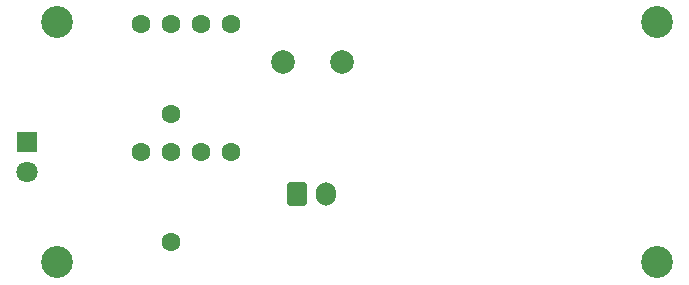
<source format=gbr>
%TF.GenerationSoftware,KiCad,Pcbnew,8.0.4-8.0.4-0~ubuntu22.04.1*%
%TF.CreationDate,2024-07-31T14:37:33+09:00*%
%TF.ProjectId,Q960,51393630-2e6b-4696-9361-645f70636258,1.00*%
%TF.SameCoordinates,Original*%
%TF.FileFunction,Soldermask,Bot*%
%TF.FilePolarity,Negative*%
%FSLAX46Y46*%
G04 Gerber Fmt 4.6, Leading zero omitted, Abs format (unit mm)*
G04 Created by KiCad (PCBNEW 8.0.4-8.0.4-0~ubuntu22.04.1) date 2024-07-31 14:37:33*
%MOMM*%
%LPD*%
G01*
G04 APERTURE LIST*
G04 Aperture macros list*
%AMRoundRect*
0 Rectangle with rounded corners*
0 $1 Rounding radius*
0 $2 $3 $4 $5 $6 $7 $8 $9 X,Y pos of 4 corners*
0 Add a 4 corners polygon primitive as box body*
4,1,4,$2,$3,$4,$5,$6,$7,$8,$9,$2,$3,0*
0 Add four circle primitives for the rounded corners*
1,1,$1+$1,$2,$3*
1,1,$1+$1,$4,$5*
1,1,$1+$1,$6,$7*
1,1,$1+$1,$8,$9*
0 Add four rect primitives between the rounded corners*
20,1,$1+$1,$2,$3,$4,$5,0*
20,1,$1+$1,$4,$5,$6,$7,0*
20,1,$1+$1,$6,$7,$8,$9,0*
20,1,$1+$1,$8,$9,$2,$3,0*%
G04 Aperture macros list end*
%ADD10C,2.700000*%
%ADD11C,1.600000*%
%ADD12C,2.000000*%
%ADD13RoundRect,0.250000X-0.600000X-0.750000X0.600000X-0.750000X0.600000X0.750000X-0.600000X0.750000X0*%
%ADD14O,1.700000X2.000000*%
%ADD15R,1.800000X1.800000*%
%ADD16C,1.800000*%
G04 APERTURE END LIST*
D10*
%TO.C,REF\u002A\u002A*%
X182920000Y-95700000D03*
%TD*%
%TO.C,REF\u002A\u002A*%
X132120000Y-95700000D03*
%TD*%
D11*
%TO.C,U103*%
X139192000Y-106680000D03*
X141732000Y-106680000D03*
X144272000Y-106680000D03*
X146812000Y-106680000D03*
X141732000Y-114300000D03*
%TD*%
D10*
%TO.C,REF\u002A\u002A*%
X132120000Y-116020000D03*
%TD*%
%TO.C,REF\u002A\u002A*%
X182920000Y-116020000D03*
%TD*%
D12*
%TO.C,SW101*%
X151210000Y-99060000D03*
X156210000Y-99060000D03*
%TD*%
D13*
%TO.C,J101*%
X152409200Y-110215000D03*
D14*
X154909200Y-110215000D03*
%TD*%
D11*
%TO.C,U102*%
X139192000Y-95885000D03*
X141732000Y-95885000D03*
X144272000Y-95885000D03*
X146812000Y-95885000D03*
X141732000Y-103505000D03*
%TD*%
D15*
%TO.C,D101*%
X129580000Y-105860000D03*
D16*
X129580000Y-108400000D03*
%TD*%
M02*

</source>
